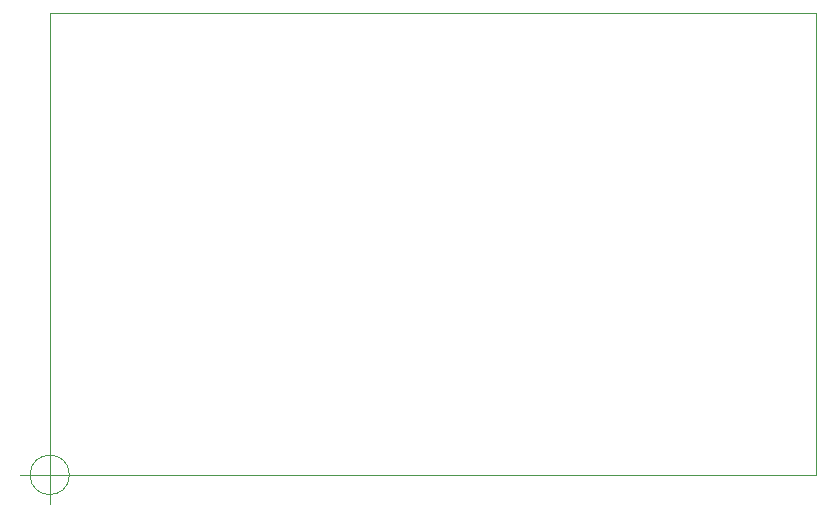
<source format=gbr>
G04 #@! TF.GenerationSoftware,KiCad,Pcbnew,(5.1.5)-3*
G04 #@! TF.CreationDate,2020-04-30T10:37:25-04:00*
G04 #@! TF.ProjectId,Smart Outlet Updated,536d6172-7420-44f7-9574-6c6574205570,rev?*
G04 #@! TF.SameCoordinates,PX4ed8d08PY6a57250*
G04 #@! TF.FileFunction,Profile,NP*
%FSLAX46Y46*%
G04 Gerber Fmt 4.6, Leading zero omitted, Abs format (unit mm)*
G04 Created by KiCad (PCBNEW (5.1.5)-3) date 2020-04-30 10:37:25*
%MOMM*%
%LPD*%
G04 APERTURE LIST*
%ADD10C,0.050000*%
G04 APERTURE END LIST*
D10*
X1666666Y0D02*
G75*
G03X1666666Y0I-1666666J0D01*
G01*
X-2500000Y0D02*
X2500000Y0D01*
X0Y2500000D02*
X0Y-2500000D01*
X0Y39116000D02*
X61722000Y39116000D01*
X0Y0D02*
X0Y39116000D01*
X64897000Y0D02*
X0Y0D01*
X64897000Y39116000D02*
X64897000Y0D01*
X61722000Y39116000D02*
X64897000Y39116000D01*
M02*

</source>
